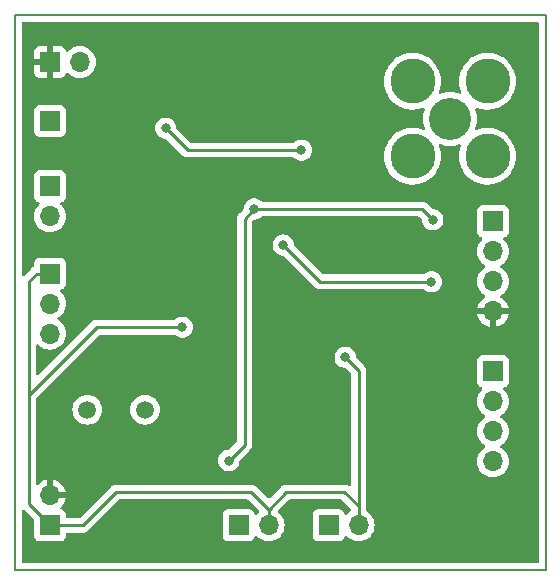
<source format=gbr>
%TF.GenerationSoftware,KiCad,Pcbnew,7.0.8-7.0.8~ubuntu22.04.1*%
%TF.CreationDate,2023-11-09T22:33:03+02:00*%
%TF.ProjectId,elepajaradio,656c6570-616a-4617-9261-64696f2e6b69,rev?*%
%TF.SameCoordinates,Original*%
%TF.FileFunction,Copper,L2,Bot*%
%TF.FilePolarity,Positive*%
%FSLAX46Y46*%
G04 Gerber Fmt 4.6, Leading zero omitted, Abs format (unit mm)*
G04 Created by KiCad (PCBNEW 7.0.8-7.0.8~ubuntu22.04.1) date 2023-11-09 22:33:03*
%MOMM*%
%LPD*%
G01*
G04 APERTURE LIST*
%TA.AperFunction,NonConductor*%
%ADD10C,0.200000*%
%TD*%
%TA.AperFunction,ComponentPad*%
%ADD11C,3.556000*%
%TD*%
%TA.AperFunction,ComponentPad*%
%ADD12C,3.810000*%
%TD*%
%TA.AperFunction,ComponentPad*%
%ADD13R,1.700000X1.700000*%
%TD*%
%TA.AperFunction,ComponentPad*%
%ADD14O,1.700000X1.700000*%
%TD*%
%TA.AperFunction,ComponentPad*%
%ADD15C,1.500000*%
%TD*%
%TA.AperFunction,ViaPad*%
%ADD16C,0.800000*%
%TD*%
%TA.AperFunction,Conductor*%
%ADD17C,0.250000*%
%TD*%
G04 APERTURE END LIST*
D10*
X122000000Y-71000000D02*
X167000000Y-71000000D01*
X167000000Y-118000000D01*
X122000000Y-118000000D01*
X122000000Y-71000000D01*
D11*
%TO.P,AE1,1,A*%
%TO.N,Net-(AE1-A)*%
X158870000Y-79810000D03*
D12*
%TO.P,AE1,2*%
%TO.N,N/C*%
X162045000Y-82985000D03*
X162045000Y-76635000D03*
X155695000Y-82985000D03*
X155695000Y-76635000D03*
%TD*%
D13*
%TO.P,SW2,1,1*%
%TO.N,Net-(U3-PB0)*%
X140970000Y-114230000D03*
D14*
%TO.P,SW2,2,2*%
%TO.N,VDD*%
X143510000Y-114230000D03*
%TD*%
D13*
%TO.P,J4,1,Pin_1*%
%TO.N,Net-(J4-Pin_1)*%
X125000000Y-80000000D03*
%TD*%
%TO.P,SW3,1,1*%
%TO.N,Net-(U3-PB1)*%
X148590000Y-114230000D03*
D14*
%TO.P,SW3,2,2*%
%TO.N,VDD*%
X151130000Y-114230000D03*
%TD*%
D15*
%TO.P,Y1,1,1*%
%TO.N,Net-(U3-XTAL2{slash}PB7)*%
X133050000Y-104450000D03*
%TO.P,Y1,2,2*%
%TO.N,Net-(U3-XTAL1{slash}PB6)*%
X128150000Y-104450000D03*
%TD*%
D13*
%TO.P,J1,1,Pin_1*%
%TO.N,Net-(J1-Pin_1)*%
X162500000Y-101190000D03*
D14*
%TO.P,J1,2,Pin_2*%
%TO.N,Net-(J1-Pin_2)*%
X162500000Y-103730000D03*
%TO.P,J1,3,Pin_3*%
%TO.N,Net-(J1-Pin_3)*%
X162500000Y-106270000D03*
%TO.P,J1,4,Pin_4*%
%TO.N,Net-(J1-Pin_4)*%
X162500000Y-108810000D03*
%TD*%
D13*
%TO.P,MK1,1,-*%
%TO.N,GND*%
X125000000Y-75000000D03*
D14*
%TO.P,MK1,2,+*%
%TO.N,Net-(MK1-+)*%
X127540000Y-75000000D03*
%TD*%
D13*
%TO.P,SW1,1*%
%TO.N,VDD*%
X125000000Y-92915000D03*
D14*
%TO.P,SW1,2*%
%TO.N,Net-(U3-PD3)*%
X125000000Y-95455000D03*
%TO.P,SW1,3*%
%TO.N,Net-(U3-PD4)*%
X125000000Y-97995000D03*
%TD*%
D13*
%TO.P,J3,1,Pin_1*%
%TO.N,VDD*%
X125000000Y-114230000D03*
D14*
%TO.P,J3,2,Pin_2*%
%TO.N,GND*%
X125000000Y-111690000D03*
%TD*%
D13*
%TO.P,J2,1,Pin_1*%
%TO.N,Net-(J2-Pin_1)*%
X125000000Y-85525000D03*
D14*
%TO.P,J2,2,Pin_2*%
%TO.N,Net-(J2-Pin_2)*%
X125000000Y-88065000D03*
%TD*%
D13*
%TO.P,U2,1,VCC*%
%TO.N,+3.3V*%
X162500000Y-88490000D03*
D14*
%TO.P,U2,2,Data*%
%TO.N,SDA0*%
X162500000Y-91030000D03*
%TO.P,U2,3,Clock*%
%TO.N,SCL0*%
X162500000Y-93570000D03*
%TO.P,U2,4,GND*%
%TO.N,GND*%
X162500000Y-96110000D03*
%TD*%
D16*
%TO.N,GND*%
X143250000Y-88500000D03*
X137587299Y-98412701D03*
%TO.N,VDD*%
X136200000Y-97450000D03*
X150000000Y-100000000D03*
%TO.N,+3.3V*%
X142290000Y-87440000D03*
X157410000Y-88350000D03*
X140137119Y-108740000D03*
%TO.N,3V3*%
X146284156Y-82470000D03*
X134800000Y-80600000D03*
%TO.N,SCL0*%
X144750000Y-90500000D03*
X157300000Y-93610000D03*
%TD*%
D17*
%TO.N,VDD*%
X125000000Y-92915000D02*
X123865000Y-92915000D01*
X123865000Y-92915000D02*
X123200000Y-93580000D01*
X123200000Y-93580000D02*
X123200000Y-103200000D01*
%TO.N,3V3*%
X146284156Y-82470000D02*
X146264156Y-82450000D01*
X146264156Y-82450000D02*
X136650000Y-82450000D01*
X136650000Y-82450000D02*
X134800000Y-80600000D01*
%TO.N,GND*%
X142500000Y-93250000D02*
X145360000Y-96110000D01*
X137587299Y-98412701D02*
X137000000Y-99000000D01*
X145360000Y-96110000D02*
X162500000Y-96110000D01*
X143250000Y-88500000D02*
X142500000Y-89250000D01*
X142500000Y-89250000D02*
X142500000Y-93250000D01*
%TO.N,VDD*%
X151130000Y-112600000D02*
X149930000Y-111400000D01*
X151130000Y-101130000D02*
X151130000Y-112600000D01*
X123200000Y-112430000D02*
X125000000Y-114230000D01*
X149930000Y-111400000D02*
X145000000Y-111400000D01*
X151130000Y-112600000D02*
X151130000Y-114230000D01*
X127770000Y-114230000D02*
X125000000Y-114230000D01*
X136200000Y-97450000D02*
X128950000Y-97450000D01*
X142020000Y-111400000D02*
X130600000Y-111400000D01*
X130600000Y-111400000D02*
X127770000Y-114230000D01*
X145000000Y-111400000D02*
X143510000Y-112890000D01*
X143510000Y-112890000D02*
X143510000Y-114230000D01*
X143510000Y-112890000D02*
X142020000Y-111400000D01*
X123200000Y-103200000D02*
X123200000Y-112430000D01*
X150000000Y-100000000D02*
X151130000Y-101130000D01*
X128950000Y-97450000D02*
X123200000Y-103200000D01*
%TO.N,+3.3V*%
X157410000Y-88350000D02*
X156500000Y-87440000D01*
X141478000Y-88252000D02*
X141478000Y-107399119D01*
X156500000Y-87440000D02*
X142290000Y-87440000D01*
X142290000Y-87440000D02*
X141478000Y-88252000D01*
X141478000Y-107399119D02*
X140137119Y-108740000D01*
X142715305Y-87440000D02*
X142290000Y-87440000D01*
%TO.N,SCL0*%
X147860000Y-93610000D02*
X157300000Y-93610000D01*
X144750000Y-90500000D02*
X147860000Y-93610000D01*
%TD*%
%TA.AperFunction,Conductor*%
%TO.N,GND*%
G36*
X166342539Y-71620185D02*
G01*
X166388294Y-71672989D01*
X166399500Y-71724500D01*
X166399500Y-117275500D01*
X166379815Y-117342539D01*
X166327011Y-117388294D01*
X166275500Y-117399500D01*
X122724500Y-117399500D01*
X122657461Y-117379815D01*
X122611706Y-117327011D01*
X122600500Y-117275500D01*
X122600500Y-113014452D01*
X122620185Y-112947413D01*
X122672989Y-112901658D01*
X122742147Y-112891714D01*
X122805703Y-112920739D01*
X122812181Y-112926771D01*
X123613181Y-113727771D01*
X123646666Y-113789094D01*
X123649500Y-113815452D01*
X123649500Y-115127870D01*
X123649501Y-115127876D01*
X123655908Y-115187483D01*
X123706202Y-115322328D01*
X123706206Y-115322335D01*
X123792452Y-115437544D01*
X123792455Y-115437547D01*
X123907664Y-115523793D01*
X123907671Y-115523797D01*
X124042517Y-115574091D01*
X124042516Y-115574091D01*
X124049444Y-115574835D01*
X124102127Y-115580500D01*
X125897872Y-115580499D01*
X125957483Y-115574091D01*
X126092331Y-115523796D01*
X126207546Y-115437546D01*
X126293796Y-115322331D01*
X126344091Y-115187483D01*
X126350500Y-115127873D01*
X126350500Y-114979500D01*
X126370185Y-114912461D01*
X126422989Y-114866706D01*
X126474500Y-114855500D01*
X127687257Y-114855500D01*
X127702877Y-114857224D01*
X127702904Y-114856939D01*
X127710660Y-114857671D01*
X127710667Y-114857673D01*
X127779814Y-114855500D01*
X127809350Y-114855500D01*
X127816228Y-114854630D01*
X127822041Y-114854172D01*
X127868627Y-114852709D01*
X127887869Y-114847117D01*
X127906912Y-114843174D01*
X127926792Y-114840664D01*
X127970122Y-114823507D01*
X127975646Y-114821617D01*
X127979396Y-114820527D01*
X128020390Y-114808618D01*
X128037629Y-114798422D01*
X128055103Y-114789862D01*
X128073727Y-114782488D01*
X128073727Y-114782487D01*
X128073732Y-114782486D01*
X128111449Y-114755082D01*
X128116305Y-114751892D01*
X128156420Y-114728170D01*
X128170589Y-114713999D01*
X128185379Y-114701368D01*
X128201587Y-114689594D01*
X128231299Y-114653676D01*
X128235212Y-114649376D01*
X130822772Y-112061819D01*
X130884095Y-112028334D01*
X130910453Y-112025500D01*
X141709548Y-112025500D01*
X141776587Y-112045185D01*
X141797229Y-112061819D01*
X142703680Y-112968271D01*
X142737165Y-113029594D01*
X142732181Y-113099286D01*
X142690309Y-113155219D01*
X142687125Y-113157525D01*
X142638603Y-113191501D01*
X142516673Y-113313431D01*
X142455350Y-113346915D01*
X142385658Y-113341931D01*
X142329725Y-113300059D01*
X142312810Y-113269082D01*
X142263797Y-113137671D01*
X142263793Y-113137664D01*
X142177547Y-113022455D01*
X142177544Y-113022452D01*
X142062335Y-112936206D01*
X142062328Y-112936202D01*
X141927482Y-112885908D01*
X141927483Y-112885908D01*
X141867883Y-112879501D01*
X141867881Y-112879500D01*
X141867873Y-112879500D01*
X141867864Y-112879500D01*
X140072129Y-112879500D01*
X140072123Y-112879501D01*
X140012516Y-112885908D01*
X139877671Y-112936202D01*
X139877664Y-112936206D01*
X139762455Y-113022452D01*
X139762452Y-113022455D01*
X139676206Y-113137664D01*
X139676202Y-113137671D01*
X139625908Y-113272517D01*
X139621510Y-113313430D01*
X139619501Y-113332123D01*
X139619500Y-113332135D01*
X139619500Y-115127870D01*
X139619501Y-115127876D01*
X139625908Y-115187483D01*
X139676202Y-115322328D01*
X139676206Y-115322335D01*
X139762452Y-115437544D01*
X139762455Y-115437547D01*
X139877664Y-115523793D01*
X139877671Y-115523797D01*
X140012517Y-115574091D01*
X140012516Y-115574091D01*
X140019444Y-115574835D01*
X140072127Y-115580500D01*
X141867872Y-115580499D01*
X141927483Y-115574091D01*
X142062331Y-115523796D01*
X142177546Y-115437546D01*
X142263796Y-115322331D01*
X142312810Y-115190916D01*
X142354681Y-115134984D01*
X142420145Y-115110566D01*
X142488418Y-115125417D01*
X142516673Y-115146569D01*
X142638599Y-115268495D01*
X142735384Y-115336265D01*
X142832165Y-115404032D01*
X142832167Y-115404033D01*
X142832170Y-115404035D01*
X143046337Y-115503903D01*
X143274592Y-115565063D01*
X143451034Y-115580500D01*
X143509999Y-115585659D01*
X143510000Y-115585659D01*
X143510001Y-115585659D01*
X143568966Y-115580500D01*
X143745408Y-115565063D01*
X143973663Y-115503903D01*
X144187830Y-115404035D01*
X144381401Y-115268495D01*
X144548495Y-115101401D01*
X144684035Y-114907830D01*
X144783903Y-114693663D01*
X144845063Y-114465408D01*
X144865659Y-114230000D01*
X144845063Y-113994592D01*
X144783903Y-113766337D01*
X144684035Y-113552171D01*
X144548495Y-113358599D01*
X144548494Y-113358597D01*
X144381404Y-113191508D01*
X144381402Y-113191506D01*
X144381401Y-113191505D01*
X144375785Y-113187572D01*
X144332874Y-113157525D01*
X144289250Y-113102947D01*
X144282058Y-113033449D01*
X144313581Y-112971094D01*
X144316280Y-112968308D01*
X145222772Y-112061819D01*
X145284095Y-112028334D01*
X145310453Y-112025500D01*
X149619548Y-112025500D01*
X149686587Y-112045185D01*
X149707229Y-112061819D01*
X150468181Y-112822771D01*
X150501666Y-112884094D01*
X150504500Y-112910452D01*
X150504500Y-112954773D01*
X150484815Y-113021812D01*
X150451623Y-113056348D01*
X150258600Y-113191503D01*
X150136673Y-113313430D01*
X150075350Y-113346914D01*
X150005658Y-113341930D01*
X149949725Y-113300058D01*
X149932810Y-113269081D01*
X149883797Y-113137671D01*
X149883793Y-113137664D01*
X149797547Y-113022455D01*
X149797544Y-113022452D01*
X149682335Y-112936206D01*
X149682328Y-112936202D01*
X149547482Y-112885908D01*
X149547483Y-112885908D01*
X149487883Y-112879501D01*
X149487881Y-112879500D01*
X149487873Y-112879500D01*
X149487864Y-112879500D01*
X147692129Y-112879500D01*
X147692123Y-112879501D01*
X147632516Y-112885908D01*
X147497671Y-112936202D01*
X147497664Y-112936206D01*
X147382455Y-113022452D01*
X147382452Y-113022455D01*
X147296206Y-113137664D01*
X147296202Y-113137671D01*
X147245908Y-113272517D01*
X147241510Y-113313430D01*
X147239501Y-113332123D01*
X147239500Y-113332135D01*
X147239500Y-115127870D01*
X147239501Y-115127876D01*
X147245908Y-115187483D01*
X147296202Y-115322328D01*
X147296206Y-115322335D01*
X147382452Y-115437544D01*
X147382455Y-115437547D01*
X147497664Y-115523793D01*
X147497671Y-115523797D01*
X147632517Y-115574091D01*
X147632516Y-115574091D01*
X147639444Y-115574835D01*
X147692127Y-115580500D01*
X149487872Y-115580499D01*
X149547483Y-115574091D01*
X149682331Y-115523796D01*
X149797546Y-115437546D01*
X149883796Y-115322331D01*
X149932810Y-115190916D01*
X149974681Y-115134984D01*
X150040145Y-115110566D01*
X150108418Y-115125417D01*
X150136673Y-115146569D01*
X150258599Y-115268495D01*
X150355384Y-115336265D01*
X150452165Y-115404032D01*
X150452167Y-115404033D01*
X150452170Y-115404035D01*
X150666337Y-115503903D01*
X150894592Y-115565063D01*
X151071034Y-115580500D01*
X151129999Y-115585659D01*
X151130000Y-115585659D01*
X151130001Y-115585659D01*
X151188966Y-115580500D01*
X151365408Y-115565063D01*
X151593663Y-115503903D01*
X151807830Y-115404035D01*
X152001401Y-115268495D01*
X152168495Y-115101401D01*
X152304035Y-114907830D01*
X152403903Y-114693663D01*
X152465063Y-114465408D01*
X152485659Y-114230000D01*
X152465063Y-113994592D01*
X152403903Y-113766337D01*
X152304035Y-113552171D01*
X152168495Y-113358599D01*
X152168494Y-113358597D01*
X152001402Y-113191506D01*
X152001401Y-113191505D01*
X151868093Y-113098161D01*
X151808376Y-113056347D01*
X151764751Y-113001770D01*
X151755500Y-112954772D01*
X151755500Y-112682737D01*
X151757224Y-112667123D01*
X151756938Y-112667096D01*
X151757672Y-112659333D01*
X151755500Y-112590203D01*
X151755500Y-108810000D01*
X161144341Y-108810000D01*
X161164936Y-109045403D01*
X161164938Y-109045413D01*
X161226094Y-109273655D01*
X161226096Y-109273659D01*
X161226097Y-109273663D01*
X161291019Y-109412888D01*
X161325965Y-109487830D01*
X161325967Y-109487834D01*
X161351395Y-109524148D01*
X161461505Y-109681401D01*
X161628599Y-109848495D01*
X161725384Y-109916265D01*
X161822165Y-109984032D01*
X161822167Y-109984033D01*
X161822170Y-109984035D01*
X162036337Y-110083903D01*
X162264592Y-110145063D01*
X162452918Y-110161539D01*
X162499999Y-110165659D01*
X162500000Y-110165659D01*
X162500001Y-110165659D01*
X162539234Y-110162226D01*
X162735408Y-110145063D01*
X162963663Y-110083903D01*
X163177830Y-109984035D01*
X163371401Y-109848495D01*
X163538495Y-109681401D01*
X163674035Y-109487830D01*
X163773903Y-109273663D01*
X163835063Y-109045408D01*
X163855659Y-108810000D01*
X163835063Y-108574592D01*
X163773903Y-108346337D01*
X163674035Y-108132171D01*
X163628481Y-108067112D01*
X163538494Y-107938597D01*
X163371402Y-107771506D01*
X163371396Y-107771501D01*
X163185842Y-107641575D01*
X163142217Y-107586998D01*
X163135023Y-107517500D01*
X163166546Y-107455145D01*
X163185842Y-107438425D01*
X163288281Y-107366696D01*
X163371401Y-107308495D01*
X163538495Y-107141401D01*
X163674035Y-106947830D01*
X163773903Y-106733663D01*
X163835063Y-106505408D01*
X163855659Y-106270000D01*
X163835063Y-106034592D01*
X163773903Y-105806337D01*
X163674035Y-105592171D01*
X163635476Y-105537102D01*
X163538494Y-105398597D01*
X163371402Y-105231506D01*
X163371396Y-105231501D01*
X163185842Y-105101575D01*
X163142217Y-105046998D01*
X163135023Y-104977500D01*
X163166546Y-104915145D01*
X163185842Y-104898425D01*
X163213124Y-104879322D01*
X163371401Y-104768495D01*
X163538495Y-104601401D01*
X163674035Y-104407830D01*
X163773903Y-104193663D01*
X163835063Y-103965408D01*
X163855659Y-103730000D01*
X163835063Y-103494592D01*
X163773903Y-103266337D01*
X163674035Y-103052171D01*
X163538495Y-102858599D01*
X163416567Y-102736671D01*
X163383084Y-102675351D01*
X163388068Y-102605659D01*
X163429939Y-102549725D01*
X163460915Y-102532810D01*
X163592331Y-102483796D01*
X163707546Y-102397546D01*
X163793796Y-102282331D01*
X163844091Y-102147483D01*
X163850500Y-102087873D01*
X163850499Y-100292128D01*
X163844091Y-100232517D01*
X163793796Y-100097669D01*
X163793795Y-100097668D01*
X163793793Y-100097664D01*
X163707547Y-99982455D01*
X163707544Y-99982452D01*
X163592335Y-99896206D01*
X163592328Y-99896202D01*
X163457482Y-99845908D01*
X163457483Y-99845908D01*
X163397883Y-99839501D01*
X163397881Y-99839500D01*
X163397873Y-99839500D01*
X163397864Y-99839500D01*
X161602129Y-99839500D01*
X161602123Y-99839501D01*
X161542516Y-99845908D01*
X161407671Y-99896202D01*
X161407664Y-99896206D01*
X161292455Y-99982452D01*
X161292452Y-99982455D01*
X161206206Y-100097664D01*
X161206202Y-100097671D01*
X161155908Y-100232517D01*
X161149501Y-100292116D01*
X161149501Y-100292123D01*
X161149500Y-100292135D01*
X161149500Y-102087870D01*
X161149501Y-102087876D01*
X161155908Y-102147483D01*
X161206202Y-102282328D01*
X161206206Y-102282335D01*
X161292452Y-102397544D01*
X161292455Y-102397547D01*
X161407664Y-102483793D01*
X161407671Y-102483797D01*
X161539081Y-102532810D01*
X161595015Y-102574681D01*
X161619432Y-102640145D01*
X161604580Y-102708418D01*
X161583430Y-102736673D01*
X161461503Y-102858600D01*
X161325965Y-103052169D01*
X161325964Y-103052171D01*
X161226098Y-103266335D01*
X161226094Y-103266344D01*
X161164938Y-103494586D01*
X161164936Y-103494596D01*
X161144341Y-103729999D01*
X161144341Y-103730000D01*
X161164936Y-103965403D01*
X161164938Y-103965413D01*
X161226094Y-104193655D01*
X161226096Y-104193659D01*
X161226097Y-104193663D01*
X161325965Y-104407830D01*
X161325967Y-104407834D01*
X161461501Y-104601395D01*
X161461506Y-104601402D01*
X161628597Y-104768493D01*
X161628603Y-104768498D01*
X161814158Y-104898425D01*
X161857783Y-104953002D01*
X161864977Y-105022500D01*
X161833454Y-105084855D01*
X161814158Y-105101575D01*
X161628597Y-105231505D01*
X161461505Y-105398597D01*
X161325965Y-105592169D01*
X161325964Y-105592171D01*
X161226098Y-105806335D01*
X161226094Y-105806344D01*
X161164938Y-106034586D01*
X161164936Y-106034596D01*
X161144341Y-106269999D01*
X161144341Y-106270000D01*
X161164936Y-106505403D01*
X161164938Y-106505413D01*
X161226094Y-106733655D01*
X161226096Y-106733659D01*
X161226097Y-106733663D01*
X161325965Y-106947830D01*
X161325967Y-106947834D01*
X161461501Y-107141395D01*
X161461506Y-107141402D01*
X161628597Y-107308493D01*
X161628603Y-107308498D01*
X161814158Y-107438425D01*
X161857783Y-107493002D01*
X161864977Y-107562500D01*
X161833454Y-107624855D01*
X161814158Y-107641575D01*
X161628597Y-107771505D01*
X161461505Y-107938597D01*
X161325965Y-108132169D01*
X161325964Y-108132171D01*
X161226098Y-108346335D01*
X161226094Y-108346344D01*
X161164938Y-108574586D01*
X161164936Y-108574596D01*
X161144341Y-108809999D01*
X161144341Y-108810000D01*
X151755500Y-108810000D01*
X151755500Y-101212737D01*
X151757224Y-101197123D01*
X151756938Y-101197096D01*
X151757672Y-101189333D01*
X151755500Y-101120203D01*
X151755500Y-101090651D01*
X151755500Y-101090650D01*
X151754629Y-101083759D01*
X151754172Y-101077945D01*
X151752709Y-101031373D01*
X151747121Y-101012139D01*
X151743174Y-100993081D01*
X151740664Y-100973208D01*
X151723507Y-100929875D01*
X151721614Y-100924346D01*
X151708618Y-100879614D01*
X151708617Y-100879610D01*
X151698420Y-100862368D01*
X151689863Y-100844902D01*
X151682486Y-100826268D01*
X151655083Y-100788550D01*
X151651900Y-100783705D01*
X151628170Y-100743579D01*
X151628165Y-100743573D01*
X151614005Y-100729413D01*
X151601370Y-100714620D01*
X151589593Y-100698412D01*
X151553693Y-100668713D01*
X151549381Y-100664790D01*
X150938960Y-100054369D01*
X150905475Y-99993046D01*
X150903323Y-99979668D01*
X150885674Y-99811744D01*
X150827179Y-99631716D01*
X150732533Y-99467784D01*
X150605871Y-99327112D01*
X150525756Y-99268905D01*
X150452734Y-99215851D01*
X150452729Y-99215848D01*
X150279807Y-99138857D01*
X150279802Y-99138855D01*
X150134001Y-99107865D01*
X150094646Y-99099500D01*
X149905354Y-99099500D01*
X149872897Y-99106398D01*
X149720197Y-99138855D01*
X149720192Y-99138857D01*
X149547270Y-99215848D01*
X149547265Y-99215851D01*
X149394129Y-99327111D01*
X149267466Y-99467785D01*
X149172821Y-99631715D01*
X149172818Y-99631722D01*
X149114327Y-99811740D01*
X149114326Y-99811744D01*
X149094540Y-100000000D01*
X149114326Y-100188256D01*
X149114327Y-100188259D01*
X149172818Y-100368277D01*
X149172821Y-100368284D01*
X149267467Y-100532216D01*
X149386829Y-100664780D01*
X149394129Y-100672888D01*
X149547265Y-100784148D01*
X149547270Y-100784151D01*
X149720192Y-100861142D01*
X149720197Y-100861144D01*
X149905354Y-100900500D01*
X149964548Y-100900500D01*
X150031587Y-100920185D01*
X150052229Y-100936819D01*
X150468181Y-101352771D01*
X150501666Y-101414094D01*
X150504500Y-101440452D01*
X150504500Y-110794882D01*
X150484815Y-110861921D01*
X150432011Y-110907676D01*
X150362853Y-110917620D01*
X150308235Y-110892677D01*
X150306894Y-110894524D01*
X150300584Y-110889940D01*
X150300582Y-110889938D01*
X150283029Y-110880288D01*
X150266763Y-110869604D01*
X150250936Y-110857327D01*
X150250935Y-110857326D01*
X150250933Y-110857325D01*
X150208168Y-110838818D01*
X150202922Y-110836248D01*
X150162093Y-110813803D01*
X150162092Y-110813802D01*
X150142693Y-110808822D01*
X150124281Y-110802518D01*
X150105898Y-110794562D01*
X150105892Y-110794560D01*
X150059874Y-110787272D01*
X150054152Y-110786087D01*
X150009021Y-110774500D01*
X150009019Y-110774500D01*
X149988984Y-110774500D01*
X149969586Y-110772973D01*
X149962162Y-110771797D01*
X149949805Y-110769840D01*
X149949804Y-110769840D01*
X149903416Y-110774225D01*
X149897578Y-110774500D01*
X145082737Y-110774500D01*
X145067120Y-110772776D01*
X145067093Y-110773062D01*
X145059331Y-110772327D01*
X144990203Y-110774500D01*
X144960650Y-110774500D01*
X144959929Y-110774590D01*
X144953757Y-110775369D01*
X144947945Y-110775826D01*
X144901373Y-110777290D01*
X144901372Y-110777290D01*
X144882129Y-110782881D01*
X144863079Y-110786825D01*
X144843211Y-110789334D01*
X144843209Y-110789335D01*
X144799884Y-110806488D01*
X144794357Y-110808380D01*
X144749610Y-110821381D01*
X144749609Y-110821382D01*
X144732367Y-110831579D01*
X144714899Y-110840137D01*
X144696269Y-110847513D01*
X144696267Y-110847514D01*
X144658576Y-110874898D01*
X144653694Y-110878105D01*
X144613579Y-110901830D01*
X144599408Y-110916000D01*
X144584623Y-110928628D01*
X144568412Y-110940407D01*
X144538709Y-110976310D01*
X144534777Y-110980631D01*
X143597680Y-111917727D01*
X143536357Y-111951212D01*
X143466665Y-111946228D01*
X143422318Y-111917727D01*
X142520803Y-111016212D01*
X142510980Y-111003950D01*
X142510759Y-111004134D01*
X142505786Y-110998123D01*
X142487159Y-110980631D01*
X142455364Y-110950773D01*
X142444919Y-110940328D01*
X142434475Y-110929883D01*
X142428986Y-110925625D01*
X142424561Y-110921847D01*
X142390582Y-110889938D01*
X142390580Y-110889936D01*
X142390577Y-110889935D01*
X142373029Y-110880288D01*
X142356763Y-110869604D01*
X142340936Y-110857327D01*
X142340935Y-110857326D01*
X142340933Y-110857325D01*
X142298168Y-110838818D01*
X142292922Y-110836248D01*
X142252093Y-110813803D01*
X142252092Y-110813802D01*
X142232693Y-110808822D01*
X142214281Y-110802518D01*
X142195898Y-110794562D01*
X142195892Y-110794560D01*
X142149874Y-110787272D01*
X142144152Y-110786087D01*
X142099021Y-110774500D01*
X142099019Y-110774500D01*
X142078984Y-110774500D01*
X142059586Y-110772973D01*
X142052162Y-110771797D01*
X142039805Y-110769840D01*
X142039804Y-110769840D01*
X141993416Y-110774225D01*
X141987578Y-110774500D01*
X130682737Y-110774500D01*
X130667120Y-110772776D01*
X130667093Y-110773062D01*
X130659331Y-110772327D01*
X130590203Y-110774500D01*
X130560650Y-110774500D01*
X130559929Y-110774590D01*
X130553757Y-110775369D01*
X130547945Y-110775826D01*
X130501372Y-110777290D01*
X130501369Y-110777291D01*
X130482126Y-110782881D01*
X130463083Y-110786825D01*
X130443204Y-110789336D01*
X130443203Y-110789337D01*
X130399878Y-110806490D01*
X130394352Y-110808382D01*
X130349608Y-110821383D01*
X130349604Y-110821385D01*
X130332365Y-110831580D01*
X130314898Y-110840137D01*
X130296269Y-110847512D01*
X130296267Y-110847513D01*
X130258564Y-110874906D01*
X130253682Y-110878112D01*
X130213580Y-110901828D01*
X130199408Y-110916000D01*
X130184623Y-110928628D01*
X130168412Y-110940407D01*
X130138709Y-110976310D01*
X130134777Y-110980631D01*
X127547228Y-113568181D01*
X127485905Y-113601666D01*
X127459547Y-113604500D01*
X126474499Y-113604500D01*
X126407460Y-113584815D01*
X126361705Y-113532011D01*
X126350499Y-113480500D01*
X126350499Y-113332129D01*
X126350498Y-113332123D01*
X126350497Y-113332116D01*
X126344091Y-113272517D01*
X126342809Y-113269081D01*
X126293797Y-113137671D01*
X126293793Y-113137664D01*
X126207547Y-113022455D01*
X126207544Y-113022452D01*
X126092335Y-112936206D01*
X126092328Y-112936202D01*
X125960401Y-112886997D01*
X125904467Y-112845126D01*
X125880050Y-112779662D01*
X125894902Y-112711389D01*
X125916053Y-112683133D01*
X126038108Y-112561078D01*
X126173600Y-112367578D01*
X126273429Y-112153492D01*
X126273432Y-112153486D01*
X126330636Y-111940000D01*
X125433686Y-111940000D01*
X125459493Y-111899844D01*
X125500000Y-111761889D01*
X125500000Y-111618111D01*
X125459493Y-111480156D01*
X125433686Y-111440000D01*
X126330636Y-111440000D01*
X126330635Y-111439999D01*
X126273432Y-111226513D01*
X126273429Y-111226507D01*
X126173600Y-111012422D01*
X126173599Y-111012420D01*
X126038113Y-110818926D01*
X126038108Y-110818920D01*
X125871082Y-110651894D01*
X125677578Y-110516399D01*
X125463492Y-110416570D01*
X125463486Y-110416567D01*
X125250000Y-110359364D01*
X125250000Y-111254498D01*
X125142315Y-111205320D01*
X125035763Y-111190000D01*
X124964237Y-111190000D01*
X124857685Y-111205320D01*
X124750000Y-111254498D01*
X124750000Y-110359364D01*
X124749999Y-110359364D01*
X124536513Y-110416567D01*
X124536507Y-110416570D01*
X124322422Y-110516399D01*
X124322420Y-110516400D01*
X124128926Y-110651886D01*
X124128920Y-110651891D01*
X124037181Y-110743631D01*
X123975858Y-110777116D01*
X123906166Y-110772132D01*
X123850233Y-110730260D01*
X123825816Y-110664796D01*
X123825500Y-110655950D01*
X123825500Y-108740000D01*
X139231659Y-108740000D01*
X139251445Y-108928256D01*
X139251446Y-108928259D01*
X139309937Y-109108277D01*
X139309940Y-109108284D01*
X139404586Y-109272216D01*
X139531248Y-109412888D01*
X139684384Y-109524148D01*
X139684389Y-109524151D01*
X139857311Y-109601142D01*
X139857316Y-109601144D01*
X140042473Y-109640500D01*
X140042474Y-109640500D01*
X140231763Y-109640500D01*
X140231765Y-109640500D01*
X140416922Y-109601144D01*
X140589849Y-109524151D01*
X140742990Y-109412888D01*
X140869652Y-109272216D01*
X140964298Y-109108284D01*
X141022793Y-108928256D01*
X141040440Y-108760344D01*
X141067023Y-108695734D01*
X141076070Y-108685638D01*
X141861788Y-107899920D01*
X141874042Y-107890105D01*
X141873859Y-107889883D01*
X141879866Y-107884911D01*
X141879877Y-107884905D01*
X141922515Y-107839500D01*
X141927227Y-107834483D01*
X141937671Y-107824037D01*
X141948120Y-107813590D01*
X141952379Y-107808097D01*
X141956152Y-107803680D01*
X141988062Y-107769701D01*
X141997713Y-107752143D01*
X142008396Y-107735880D01*
X142020673Y-107720055D01*
X142039185Y-107677272D01*
X142041738Y-107672060D01*
X142064197Y-107631211D01*
X142069180Y-107611799D01*
X142075481Y-107593399D01*
X142083437Y-107575015D01*
X142090729Y-107528971D01*
X142091906Y-107523290D01*
X142103500Y-107478138D01*
X142103500Y-107458102D01*
X142105027Y-107438701D01*
X142105071Y-107438425D01*
X142108160Y-107418923D01*
X142103775Y-107372534D01*
X142103500Y-107366696D01*
X142103500Y-90500000D01*
X143844540Y-90500000D01*
X143864326Y-90688256D01*
X143864327Y-90688259D01*
X143922818Y-90868277D01*
X143922821Y-90868284D01*
X144017467Y-91032216D01*
X144144129Y-91172888D01*
X144297265Y-91284148D01*
X144297270Y-91284151D01*
X144470192Y-91361142D01*
X144470197Y-91361144D01*
X144655354Y-91400500D01*
X144714548Y-91400500D01*
X144781587Y-91420185D01*
X144802228Y-91436818D01*
X146114264Y-92748855D01*
X147359197Y-93993788D01*
X147369022Y-94006051D01*
X147369243Y-94005869D01*
X147374214Y-94011878D01*
X147400217Y-94036295D01*
X147424635Y-94059226D01*
X147445529Y-94080120D01*
X147451011Y-94084373D01*
X147455443Y-94088157D01*
X147489418Y-94120062D01*
X147506976Y-94129714D01*
X147523235Y-94140395D01*
X147539064Y-94152673D01*
X147581838Y-94171182D01*
X147587056Y-94173738D01*
X147627908Y-94196197D01*
X147647316Y-94201180D01*
X147665717Y-94207480D01*
X147684104Y-94215437D01*
X147727488Y-94222308D01*
X147730119Y-94222725D01*
X147735839Y-94223909D01*
X147780981Y-94235500D01*
X147801016Y-94235500D01*
X147820414Y-94237026D01*
X147840194Y-94240159D01*
X147840195Y-94240160D01*
X147840195Y-94240159D01*
X147840196Y-94240160D01*
X147886584Y-94235775D01*
X147892422Y-94235500D01*
X156596252Y-94235500D01*
X156663291Y-94255185D01*
X156688400Y-94276526D01*
X156694126Y-94282885D01*
X156694130Y-94282889D01*
X156847265Y-94394148D01*
X156847270Y-94394151D01*
X157020192Y-94471142D01*
X157020197Y-94471144D01*
X157205354Y-94510500D01*
X157205355Y-94510500D01*
X157394644Y-94510500D01*
X157394646Y-94510500D01*
X157579803Y-94471144D01*
X157752730Y-94394151D01*
X157905871Y-94282888D01*
X158032533Y-94142216D01*
X158127179Y-93978284D01*
X158185674Y-93798256D01*
X158205460Y-93610000D01*
X158201256Y-93570000D01*
X161144341Y-93570000D01*
X161164936Y-93805403D01*
X161164938Y-93805413D01*
X161226094Y-94033655D01*
X161226096Y-94033659D01*
X161226097Y-94033663D01*
X161290220Y-94171174D01*
X161325965Y-94247830D01*
X161325967Y-94247834D01*
X161461501Y-94441395D01*
X161461506Y-94441402D01*
X161628597Y-94608493D01*
X161628603Y-94608498D01*
X161814594Y-94738730D01*
X161858219Y-94793307D01*
X161865413Y-94862805D01*
X161833890Y-94925160D01*
X161814595Y-94941880D01*
X161628922Y-95071890D01*
X161628920Y-95071891D01*
X161461891Y-95238920D01*
X161461886Y-95238926D01*
X161326400Y-95432420D01*
X161326399Y-95432422D01*
X161226570Y-95646507D01*
X161226567Y-95646513D01*
X161169364Y-95859999D01*
X161169364Y-95860000D01*
X162066314Y-95860000D01*
X162040507Y-95900156D01*
X162000000Y-96038111D01*
X162000000Y-96181889D01*
X162040507Y-96319844D01*
X162066314Y-96360000D01*
X161169364Y-96360000D01*
X161226567Y-96573486D01*
X161226570Y-96573492D01*
X161326399Y-96787578D01*
X161461894Y-96981082D01*
X161628917Y-97148105D01*
X161822421Y-97283600D01*
X162036507Y-97383429D01*
X162036516Y-97383433D01*
X162250000Y-97440634D01*
X162250000Y-96545501D01*
X162357685Y-96594680D01*
X162464237Y-96610000D01*
X162535763Y-96610000D01*
X162642315Y-96594680D01*
X162750000Y-96545501D01*
X162750000Y-97440633D01*
X162963483Y-97383433D01*
X162963492Y-97383429D01*
X163177578Y-97283600D01*
X163371082Y-97148105D01*
X163538105Y-96981082D01*
X163673600Y-96787578D01*
X163773429Y-96573492D01*
X163773432Y-96573486D01*
X163830636Y-96360000D01*
X162933686Y-96360000D01*
X162959493Y-96319844D01*
X163000000Y-96181889D01*
X163000000Y-96038111D01*
X162959493Y-95900156D01*
X162933686Y-95860000D01*
X163830636Y-95860000D01*
X163830635Y-95859999D01*
X163773432Y-95646513D01*
X163773429Y-95646507D01*
X163673600Y-95432422D01*
X163673599Y-95432420D01*
X163538113Y-95238926D01*
X163538108Y-95238920D01*
X163371078Y-95071890D01*
X163185405Y-94941879D01*
X163141780Y-94887302D01*
X163134588Y-94817804D01*
X163166110Y-94755449D01*
X163185406Y-94738730D01*
X163371401Y-94608495D01*
X163538495Y-94441401D01*
X163674035Y-94247830D01*
X163773903Y-94033663D01*
X163835063Y-93805408D01*
X163855659Y-93570000D01*
X163835063Y-93334592D01*
X163773903Y-93106337D01*
X163674035Y-92892171D01*
X163627598Y-92825851D01*
X163538494Y-92698597D01*
X163371402Y-92531506D01*
X163371396Y-92531501D01*
X163185842Y-92401575D01*
X163142217Y-92346998D01*
X163135023Y-92277500D01*
X163166546Y-92215145D01*
X163185842Y-92198425D01*
X163208026Y-92182891D01*
X163371401Y-92068495D01*
X163538495Y-91901401D01*
X163674035Y-91707830D01*
X163773903Y-91493663D01*
X163835063Y-91265408D01*
X163855659Y-91030000D01*
X163835063Y-90794592D01*
X163773903Y-90566337D01*
X163674035Y-90352171D01*
X163538495Y-90158599D01*
X163416567Y-90036671D01*
X163383084Y-89975351D01*
X163388068Y-89905659D01*
X163429939Y-89849725D01*
X163460915Y-89832810D01*
X163592331Y-89783796D01*
X163707546Y-89697546D01*
X163793796Y-89582331D01*
X163844091Y-89447483D01*
X163850500Y-89387873D01*
X163850499Y-87592128D01*
X163844091Y-87532517D01*
X163829862Y-87494368D01*
X163793797Y-87397671D01*
X163793793Y-87397664D01*
X163707547Y-87282455D01*
X163707544Y-87282452D01*
X163592335Y-87196206D01*
X163592328Y-87196202D01*
X163457482Y-87145908D01*
X163457483Y-87145908D01*
X163397883Y-87139501D01*
X163397881Y-87139500D01*
X163397873Y-87139500D01*
X163397864Y-87139500D01*
X161602129Y-87139500D01*
X161602123Y-87139501D01*
X161542516Y-87145908D01*
X161407671Y-87196202D01*
X161407664Y-87196206D01*
X161292455Y-87282452D01*
X161292452Y-87282455D01*
X161206206Y-87397664D01*
X161206202Y-87397671D01*
X161155908Y-87532517D01*
X161152325Y-87565848D01*
X161149501Y-87592123D01*
X161149500Y-87592135D01*
X161149500Y-89387870D01*
X161149501Y-89387876D01*
X161155908Y-89447483D01*
X161206202Y-89582328D01*
X161206206Y-89582335D01*
X161292452Y-89697544D01*
X161292455Y-89697547D01*
X161407664Y-89783793D01*
X161407671Y-89783797D01*
X161539081Y-89832810D01*
X161595015Y-89874681D01*
X161619432Y-89940145D01*
X161604580Y-90008418D01*
X161583430Y-90036673D01*
X161461503Y-90158600D01*
X161325965Y-90352169D01*
X161325964Y-90352171D01*
X161226098Y-90566335D01*
X161226094Y-90566344D01*
X161164938Y-90794586D01*
X161164936Y-90794596D01*
X161144341Y-91029999D01*
X161144341Y-91030000D01*
X161164936Y-91265403D01*
X161164938Y-91265413D01*
X161226094Y-91493655D01*
X161226096Y-91493659D01*
X161226097Y-91493663D01*
X161325789Y-91707452D01*
X161325965Y-91707830D01*
X161325967Y-91707834D01*
X161461501Y-91901395D01*
X161461506Y-91901402D01*
X161628597Y-92068493D01*
X161628603Y-92068498D01*
X161814158Y-92198425D01*
X161857783Y-92253002D01*
X161864977Y-92322500D01*
X161833454Y-92384855D01*
X161814158Y-92401575D01*
X161628597Y-92531505D01*
X161461505Y-92698597D01*
X161325965Y-92892169D01*
X161325964Y-92892171D01*
X161226098Y-93106335D01*
X161226094Y-93106344D01*
X161164938Y-93334586D01*
X161164936Y-93334596D01*
X161144341Y-93569999D01*
X161144341Y-93570000D01*
X158201256Y-93570000D01*
X158185674Y-93421744D01*
X158127179Y-93241716D01*
X158032533Y-93077784D01*
X157905871Y-92937112D01*
X157905870Y-92937111D01*
X157752734Y-92825851D01*
X157752729Y-92825848D01*
X157579807Y-92748857D01*
X157579802Y-92748855D01*
X157434001Y-92717865D01*
X157394646Y-92709500D01*
X157205354Y-92709500D01*
X157172897Y-92716398D01*
X157020197Y-92748855D01*
X157020192Y-92748857D01*
X156847270Y-92825848D01*
X156847265Y-92825851D01*
X156694130Y-92937110D01*
X156694126Y-92937114D01*
X156688400Y-92943474D01*
X156628913Y-92980121D01*
X156596252Y-92984500D01*
X148170453Y-92984500D01*
X148103414Y-92964815D01*
X148082772Y-92948181D01*
X145688960Y-90554369D01*
X145655475Y-90493046D01*
X145653323Y-90479668D01*
X145635674Y-90311744D01*
X145577179Y-90131716D01*
X145482533Y-89967784D01*
X145355871Y-89827112D01*
X145296253Y-89783797D01*
X145202734Y-89715851D01*
X145202729Y-89715848D01*
X145029807Y-89638857D01*
X145029802Y-89638855D01*
X144884001Y-89607865D01*
X144844646Y-89599500D01*
X144655354Y-89599500D01*
X144622897Y-89606398D01*
X144470197Y-89638855D01*
X144470192Y-89638857D01*
X144297270Y-89715848D01*
X144297265Y-89715851D01*
X144144129Y-89827111D01*
X144017466Y-89967785D01*
X143922821Y-90131715D01*
X143922818Y-90131722D01*
X143864327Y-90311740D01*
X143864326Y-90311744D01*
X143844540Y-90500000D01*
X142103500Y-90500000D01*
X142103500Y-88562452D01*
X142123185Y-88495413D01*
X142139819Y-88474771D01*
X142237771Y-88376819D01*
X142299094Y-88343334D01*
X142325452Y-88340500D01*
X142384644Y-88340500D01*
X142384646Y-88340500D01*
X142569803Y-88301144D01*
X142742730Y-88224151D01*
X142895871Y-88112888D01*
X142898788Y-88109647D01*
X142901600Y-88106526D01*
X142961087Y-88069879D01*
X142993748Y-88065500D01*
X156189548Y-88065500D01*
X156256587Y-88085185D01*
X156277229Y-88101819D01*
X156471038Y-88295629D01*
X156504523Y-88356952D01*
X156506678Y-88370348D01*
X156514968Y-88449227D01*
X156524326Y-88538256D01*
X156524327Y-88538259D01*
X156582818Y-88718277D01*
X156582821Y-88718284D01*
X156677467Y-88882216D01*
X156804129Y-89022888D01*
X156957265Y-89134148D01*
X156957270Y-89134151D01*
X157130192Y-89211142D01*
X157130197Y-89211144D01*
X157315354Y-89250500D01*
X157315355Y-89250500D01*
X157504644Y-89250500D01*
X157504646Y-89250500D01*
X157689803Y-89211144D01*
X157862730Y-89134151D01*
X158015871Y-89022888D01*
X158142533Y-88882216D01*
X158237179Y-88718284D01*
X158295674Y-88538256D01*
X158315460Y-88350000D01*
X158295674Y-88161744D01*
X158237179Y-87981716D01*
X158142533Y-87817784D01*
X158015871Y-87677112D01*
X158015870Y-87677111D01*
X157862734Y-87565851D01*
X157862729Y-87565848D01*
X157689807Y-87488857D01*
X157689802Y-87488855D01*
X157544001Y-87457865D01*
X157504646Y-87449500D01*
X157504645Y-87449500D01*
X157445453Y-87449500D01*
X157378414Y-87429815D01*
X157357772Y-87413181D01*
X157000803Y-87056212D01*
X156990980Y-87043950D01*
X156990759Y-87044134D01*
X156985786Y-87038123D01*
X156956212Y-87010351D01*
X156935364Y-86990773D01*
X156919736Y-86975145D01*
X156914475Y-86969883D01*
X156908986Y-86965625D01*
X156904561Y-86961847D01*
X156870582Y-86929938D01*
X156870580Y-86929936D01*
X156870577Y-86929935D01*
X156853029Y-86920288D01*
X156836763Y-86909604D01*
X156820933Y-86897325D01*
X156778168Y-86878818D01*
X156772922Y-86876248D01*
X156732093Y-86853803D01*
X156732092Y-86853802D01*
X156712693Y-86848822D01*
X156694281Y-86842518D01*
X156675898Y-86834562D01*
X156675892Y-86834560D01*
X156629874Y-86827272D01*
X156624152Y-86826087D01*
X156579021Y-86814500D01*
X156579019Y-86814500D01*
X156558984Y-86814500D01*
X156539586Y-86812973D01*
X156532162Y-86811797D01*
X156519805Y-86809840D01*
X156519804Y-86809840D01*
X156473416Y-86814225D01*
X156467578Y-86814500D01*
X142993748Y-86814500D01*
X142926709Y-86794815D01*
X142901600Y-86773474D01*
X142895873Y-86767114D01*
X142895869Y-86767110D01*
X142742734Y-86655851D01*
X142742729Y-86655848D01*
X142569807Y-86578857D01*
X142569802Y-86578855D01*
X142424001Y-86547865D01*
X142384646Y-86539500D01*
X142195354Y-86539500D01*
X142162897Y-86546398D01*
X142010197Y-86578855D01*
X142010192Y-86578857D01*
X141837270Y-86655848D01*
X141837265Y-86655851D01*
X141684129Y-86767111D01*
X141557466Y-86907785D01*
X141462821Y-87071715D01*
X141462818Y-87071722D01*
X141404327Y-87251740D01*
X141404326Y-87251744D01*
X141388990Y-87397664D01*
X141386679Y-87419649D01*
X141360094Y-87484263D01*
X141351039Y-87494368D01*
X141094208Y-87751199D01*
X141081951Y-87761020D01*
X141082134Y-87761241D01*
X141076123Y-87766213D01*
X141028772Y-87816636D01*
X141007889Y-87837519D01*
X141007877Y-87837532D01*
X141003621Y-87843017D01*
X140999837Y-87847447D01*
X140967937Y-87881418D01*
X140967936Y-87881420D01*
X140958284Y-87898976D01*
X140947610Y-87915226D01*
X140935329Y-87931061D01*
X140935324Y-87931068D01*
X140916815Y-87973838D01*
X140914245Y-87979084D01*
X140891803Y-88019906D01*
X140886822Y-88039307D01*
X140880521Y-88057710D01*
X140872562Y-88076102D01*
X140872561Y-88076105D01*
X140865271Y-88122127D01*
X140864087Y-88127846D01*
X140852501Y-88172972D01*
X140852500Y-88172982D01*
X140852500Y-88193016D01*
X140850973Y-88212415D01*
X140847840Y-88232194D01*
X140847840Y-88232195D01*
X140852225Y-88278583D01*
X140852500Y-88284421D01*
X140852500Y-107088666D01*
X140832815Y-107155705D01*
X140816181Y-107176347D01*
X140189347Y-107803181D01*
X140128024Y-107836666D01*
X140101666Y-107839500D01*
X140042473Y-107839500D01*
X140010016Y-107846398D01*
X139857316Y-107878855D01*
X139857311Y-107878857D01*
X139684389Y-107955848D01*
X139684384Y-107955851D01*
X139531248Y-108067111D01*
X139404585Y-108207785D01*
X139309940Y-108371715D01*
X139309937Y-108371722D01*
X139251446Y-108551740D01*
X139251445Y-108551744D01*
X139231659Y-108740000D01*
X123825500Y-108740000D01*
X123825500Y-104450002D01*
X126894723Y-104450002D01*
X126913793Y-104667975D01*
X126913793Y-104667979D01*
X126970422Y-104879322D01*
X126970424Y-104879326D01*
X126970425Y-104879330D01*
X126987126Y-104915145D01*
X127062897Y-105077638D01*
X127075730Y-105095965D01*
X127188402Y-105256877D01*
X127343123Y-105411598D01*
X127522361Y-105537102D01*
X127720670Y-105629575D01*
X127932023Y-105686207D01*
X128114926Y-105702208D01*
X128149998Y-105705277D01*
X128150000Y-105705277D01*
X128150002Y-105705277D01*
X128178254Y-105702805D01*
X128367977Y-105686207D01*
X128579330Y-105629575D01*
X128777639Y-105537102D01*
X128956877Y-105411598D01*
X129111598Y-105256877D01*
X129237102Y-105077639D01*
X129329575Y-104879330D01*
X129386207Y-104667977D01*
X129405277Y-104450002D01*
X131794723Y-104450002D01*
X131813793Y-104667975D01*
X131813793Y-104667979D01*
X131870422Y-104879322D01*
X131870424Y-104879326D01*
X131870425Y-104879330D01*
X131887126Y-104915145D01*
X131962897Y-105077638D01*
X131975730Y-105095965D01*
X132088402Y-105256877D01*
X132243123Y-105411598D01*
X132422361Y-105537102D01*
X132620670Y-105629575D01*
X132832023Y-105686207D01*
X133014926Y-105702208D01*
X133049998Y-105705277D01*
X133050000Y-105705277D01*
X133050002Y-105705277D01*
X133078254Y-105702805D01*
X133267977Y-105686207D01*
X133479330Y-105629575D01*
X133677639Y-105537102D01*
X133856877Y-105411598D01*
X134011598Y-105256877D01*
X134137102Y-105077639D01*
X134229575Y-104879330D01*
X134286207Y-104667977D01*
X134305277Y-104450000D01*
X134286207Y-104232023D01*
X134229575Y-104020670D01*
X134137102Y-103822362D01*
X134137100Y-103822359D01*
X134137099Y-103822357D01*
X134011599Y-103643124D01*
X134011596Y-103643121D01*
X133856877Y-103488402D01*
X133677639Y-103362898D01*
X133677640Y-103362898D01*
X133677638Y-103362897D01*
X133578484Y-103316661D01*
X133479330Y-103270425D01*
X133479326Y-103270424D01*
X133479322Y-103270422D01*
X133267977Y-103213793D01*
X133050002Y-103194723D01*
X133049998Y-103194723D01*
X132904682Y-103207436D01*
X132832023Y-103213793D01*
X132832020Y-103213793D01*
X132620677Y-103270422D01*
X132620668Y-103270426D01*
X132422361Y-103362898D01*
X132422357Y-103362900D01*
X132243121Y-103488402D01*
X132088402Y-103643121D01*
X131962900Y-103822357D01*
X131962898Y-103822361D01*
X131870426Y-104020668D01*
X131870422Y-104020677D01*
X131813793Y-104232020D01*
X131813793Y-104232024D01*
X131794723Y-104449997D01*
X131794723Y-104450002D01*
X129405277Y-104450002D01*
X129405277Y-104450000D01*
X129386207Y-104232023D01*
X129329575Y-104020670D01*
X129237102Y-103822362D01*
X129237100Y-103822359D01*
X129237099Y-103822357D01*
X129111599Y-103643124D01*
X129111596Y-103643121D01*
X128956877Y-103488402D01*
X128777639Y-103362898D01*
X128777640Y-103362898D01*
X128777638Y-103362897D01*
X128678484Y-103316661D01*
X128579330Y-103270425D01*
X128579326Y-103270424D01*
X128579322Y-103270422D01*
X128367977Y-103213793D01*
X128150002Y-103194723D01*
X128149998Y-103194723D01*
X128004682Y-103207436D01*
X127932023Y-103213793D01*
X127932020Y-103213793D01*
X127720677Y-103270422D01*
X127720668Y-103270426D01*
X127522361Y-103362898D01*
X127522357Y-103362900D01*
X127343121Y-103488402D01*
X127188402Y-103643121D01*
X127062900Y-103822357D01*
X127062898Y-103822361D01*
X126970426Y-104020668D01*
X126970422Y-104020677D01*
X126913793Y-104232020D01*
X126913793Y-104232024D01*
X126894723Y-104449997D01*
X126894723Y-104450002D01*
X123825500Y-104450002D01*
X123825500Y-103510452D01*
X123845185Y-103443413D01*
X123861819Y-103422771D01*
X129172772Y-98111819D01*
X129234095Y-98078334D01*
X129260453Y-98075500D01*
X135496252Y-98075500D01*
X135563291Y-98095185D01*
X135588400Y-98116526D01*
X135594126Y-98122885D01*
X135594130Y-98122889D01*
X135747265Y-98234148D01*
X135747270Y-98234151D01*
X135920192Y-98311142D01*
X135920197Y-98311144D01*
X136105354Y-98350500D01*
X136105355Y-98350500D01*
X136294644Y-98350500D01*
X136294646Y-98350500D01*
X136479803Y-98311144D01*
X136652730Y-98234151D01*
X136805871Y-98122888D01*
X136932533Y-97982216D01*
X137027179Y-97818284D01*
X137085674Y-97638256D01*
X137105460Y-97450000D01*
X137085674Y-97261744D01*
X137027179Y-97081716D01*
X136932533Y-96917784D01*
X136805871Y-96777112D01*
X136805870Y-96777111D01*
X136652734Y-96665851D01*
X136652729Y-96665848D01*
X136479807Y-96588857D01*
X136479802Y-96588855D01*
X136334001Y-96557865D01*
X136294646Y-96549500D01*
X136105354Y-96549500D01*
X136072897Y-96556398D01*
X135920197Y-96588855D01*
X135920192Y-96588857D01*
X135747270Y-96665848D01*
X135747265Y-96665851D01*
X135594130Y-96777110D01*
X135594126Y-96777114D01*
X135588400Y-96783474D01*
X135528913Y-96820121D01*
X135496252Y-96824500D01*
X129032743Y-96824500D01*
X129017122Y-96822775D01*
X129017096Y-96823061D01*
X129009334Y-96822327D01*
X129009333Y-96822327D01*
X128940186Y-96824500D01*
X128910649Y-96824500D01*
X128903766Y-96825369D01*
X128897949Y-96825826D01*
X128851373Y-96827290D01*
X128832129Y-96832881D01*
X128813079Y-96836825D01*
X128793211Y-96839334D01*
X128749884Y-96856488D01*
X128744358Y-96858379D01*
X128699614Y-96871379D01*
X128699610Y-96871381D01*
X128682366Y-96881579D01*
X128664905Y-96890133D01*
X128646274Y-96897510D01*
X128646262Y-96897517D01*
X128608570Y-96924902D01*
X128603687Y-96928109D01*
X128563580Y-96951829D01*
X128549414Y-96965995D01*
X128534624Y-96978627D01*
X128518414Y-96990404D01*
X128518411Y-96990407D01*
X128488710Y-97026309D01*
X128484777Y-97030631D01*
X124037181Y-101478228D01*
X123975858Y-101511713D01*
X123906166Y-101506729D01*
X123850233Y-101464857D01*
X123825816Y-101399393D01*
X123825500Y-101390547D01*
X123825500Y-99029758D01*
X123845185Y-98962719D01*
X123897989Y-98916964D01*
X123967147Y-98907020D01*
X124030703Y-98936045D01*
X124037181Y-98942077D01*
X124128599Y-99033495D01*
X124222864Y-99099500D01*
X124322165Y-99169032D01*
X124322167Y-99169033D01*
X124322170Y-99169035D01*
X124536337Y-99268903D01*
X124764592Y-99330063D01*
X124952918Y-99346539D01*
X124999999Y-99350659D01*
X125000000Y-99350659D01*
X125000001Y-99350659D01*
X125039234Y-99347226D01*
X125235408Y-99330063D01*
X125463663Y-99268903D01*
X125677830Y-99169035D01*
X125871401Y-99033495D01*
X126038495Y-98866401D01*
X126174035Y-98672830D01*
X126273903Y-98458663D01*
X126335063Y-98230408D01*
X126355659Y-97995000D01*
X126335063Y-97759592D01*
X126273903Y-97531337D01*
X126174035Y-97317171D01*
X126150529Y-97283600D01*
X126038494Y-97123597D01*
X125871402Y-96956506D01*
X125871396Y-96956501D01*
X125685842Y-96826575D01*
X125642217Y-96771998D01*
X125635023Y-96702500D01*
X125666546Y-96640145D01*
X125685842Y-96623425D01*
X125735210Y-96588857D01*
X125871401Y-96493495D01*
X126038495Y-96326401D01*
X126174035Y-96132830D01*
X126273903Y-95918663D01*
X126335063Y-95690408D01*
X126355659Y-95455000D01*
X126353683Y-95432420D01*
X126351539Y-95407918D01*
X126335063Y-95219592D01*
X126273903Y-94991337D01*
X126174035Y-94777171D01*
X126158825Y-94755449D01*
X126038496Y-94583600D01*
X126038495Y-94583599D01*
X125916567Y-94461671D01*
X125883084Y-94400351D01*
X125888068Y-94330659D01*
X125929939Y-94274725D01*
X125960915Y-94257810D01*
X126092331Y-94208796D01*
X126207546Y-94122546D01*
X126293796Y-94007331D01*
X126344091Y-93872483D01*
X126350500Y-93812873D01*
X126350499Y-92017128D01*
X126344091Y-91957517D01*
X126323161Y-91901402D01*
X126293797Y-91822671D01*
X126293793Y-91822664D01*
X126207547Y-91707455D01*
X126207544Y-91707452D01*
X126092335Y-91621206D01*
X126092328Y-91621202D01*
X125957482Y-91570908D01*
X125957483Y-91570908D01*
X125897883Y-91564501D01*
X125897881Y-91564500D01*
X125897873Y-91564500D01*
X125897864Y-91564500D01*
X124102129Y-91564500D01*
X124102123Y-91564501D01*
X124042516Y-91570908D01*
X123907671Y-91621202D01*
X123907664Y-91621206D01*
X123792455Y-91707452D01*
X123792452Y-91707455D01*
X123706206Y-91822664D01*
X123706202Y-91822671D01*
X123655908Y-91957517D01*
X123649501Y-92017116D01*
X123649501Y-92017123D01*
X123649500Y-92017135D01*
X123649500Y-92243309D01*
X123629815Y-92310348D01*
X123577011Y-92356103D01*
X123571155Y-92358598D01*
X123561274Y-92362510D01*
X123561262Y-92362517D01*
X123523570Y-92389902D01*
X123518687Y-92393109D01*
X123478580Y-92416829D01*
X123464414Y-92430995D01*
X123449624Y-92443627D01*
X123433414Y-92455404D01*
X123433411Y-92455407D01*
X123403710Y-92491309D01*
X123399777Y-92495631D01*
X122816208Y-93079199D01*
X122803921Y-93089044D01*
X122804104Y-93089266D01*
X122803515Y-93089753D01*
X122802487Y-93090193D01*
X122794995Y-93096198D01*
X122791557Y-93098381D01*
X122789811Y-93095632D01*
X122739306Y-93117301D01*
X122670395Y-93105762D01*
X122618663Y-93058799D01*
X122600500Y-92994188D01*
X122600500Y-88065000D01*
X123644341Y-88065000D01*
X123664936Y-88300403D01*
X123664938Y-88300413D01*
X123726094Y-88528655D01*
X123726096Y-88528659D01*
X123726097Y-88528663D01*
X123814516Y-88718277D01*
X123825965Y-88742830D01*
X123825967Y-88742834D01*
X123923563Y-88882214D01*
X123961505Y-88936401D01*
X124128599Y-89103495D01*
X124225384Y-89171265D01*
X124322165Y-89239032D01*
X124322167Y-89239033D01*
X124322170Y-89239035D01*
X124536337Y-89338903D01*
X124764592Y-89400063D01*
X124952918Y-89416539D01*
X124999999Y-89420659D01*
X125000000Y-89420659D01*
X125000001Y-89420659D01*
X125039234Y-89417226D01*
X125235408Y-89400063D01*
X125463663Y-89338903D01*
X125677830Y-89239035D01*
X125871401Y-89103495D01*
X126038495Y-88936401D01*
X126174035Y-88742830D01*
X126273903Y-88528663D01*
X126335063Y-88300408D01*
X126355659Y-88065000D01*
X126335063Y-87829592D01*
X126273903Y-87601337D01*
X126174035Y-87387171D01*
X126100712Y-87282455D01*
X126038496Y-87193600D01*
X125984396Y-87139500D01*
X125916567Y-87071671D01*
X125883084Y-87010351D01*
X125888068Y-86940659D01*
X125929939Y-86884725D01*
X125960915Y-86867810D01*
X126092331Y-86818796D01*
X126207546Y-86732546D01*
X126293796Y-86617331D01*
X126344091Y-86482483D01*
X126350500Y-86422873D01*
X126350499Y-84627128D01*
X126344091Y-84567517D01*
X126293796Y-84432669D01*
X126293795Y-84432668D01*
X126293793Y-84432664D01*
X126207547Y-84317455D01*
X126207544Y-84317452D01*
X126092335Y-84231206D01*
X126092328Y-84231202D01*
X125957482Y-84180908D01*
X125957483Y-84180908D01*
X125897883Y-84174501D01*
X125897881Y-84174500D01*
X125897873Y-84174500D01*
X125897864Y-84174500D01*
X124102129Y-84174500D01*
X124102123Y-84174501D01*
X124042516Y-84180908D01*
X123907671Y-84231202D01*
X123907664Y-84231206D01*
X123792455Y-84317452D01*
X123792452Y-84317455D01*
X123706206Y-84432664D01*
X123706202Y-84432671D01*
X123655908Y-84567517D01*
X123649501Y-84627116D01*
X123649501Y-84627123D01*
X123649500Y-84627135D01*
X123649500Y-86422870D01*
X123649501Y-86422876D01*
X123655908Y-86482483D01*
X123706202Y-86617328D01*
X123706206Y-86617335D01*
X123792452Y-86732544D01*
X123792455Y-86732547D01*
X123907664Y-86818793D01*
X123907671Y-86818797D01*
X124039081Y-86867810D01*
X124095015Y-86909681D01*
X124119432Y-86975145D01*
X124104580Y-87043418D01*
X124083430Y-87071673D01*
X123961503Y-87193600D01*
X123825965Y-87387169D01*
X123825964Y-87387171D01*
X123726098Y-87601335D01*
X123726094Y-87601344D01*
X123664938Y-87829586D01*
X123664936Y-87829596D01*
X123644341Y-88064999D01*
X123644341Y-88065000D01*
X122600500Y-88065000D01*
X122600500Y-80897870D01*
X123649500Y-80897870D01*
X123649501Y-80897876D01*
X123655908Y-80957483D01*
X123706202Y-81092328D01*
X123706206Y-81092335D01*
X123792452Y-81207544D01*
X123792455Y-81207547D01*
X123907664Y-81293793D01*
X123907671Y-81293797D01*
X124042517Y-81344091D01*
X124042516Y-81344091D01*
X124049444Y-81344835D01*
X124102127Y-81350500D01*
X125897872Y-81350499D01*
X125957483Y-81344091D01*
X126092331Y-81293796D01*
X126207546Y-81207546D01*
X126293796Y-81092331D01*
X126344091Y-80957483D01*
X126350500Y-80897873D01*
X126350500Y-80600000D01*
X133894540Y-80600000D01*
X133914326Y-80788256D01*
X133914327Y-80788259D01*
X133972818Y-80968277D01*
X133972821Y-80968284D01*
X134067467Y-81132216D01*
X134135293Y-81207544D01*
X134194129Y-81272888D01*
X134347265Y-81384148D01*
X134347270Y-81384151D01*
X134520192Y-81461142D01*
X134520197Y-81461144D01*
X134705354Y-81500500D01*
X134764548Y-81500500D01*
X134831587Y-81520185D01*
X134852229Y-81536819D01*
X136149197Y-82833788D01*
X136159022Y-82846051D01*
X136159243Y-82845869D01*
X136164214Y-82851878D01*
X136190217Y-82876295D01*
X136214635Y-82899226D01*
X136235529Y-82920120D01*
X136241011Y-82924373D01*
X136245443Y-82928157D01*
X136279418Y-82960062D01*
X136296976Y-82969714D01*
X136313235Y-82980395D01*
X136329064Y-82992673D01*
X136371838Y-83011182D01*
X136377056Y-83013738D01*
X136417908Y-83036197D01*
X136437316Y-83041180D01*
X136455717Y-83047480D01*
X136474104Y-83055437D01*
X136517488Y-83062308D01*
X136520119Y-83062725D01*
X136525839Y-83063909D01*
X136570981Y-83075500D01*
X136591016Y-83075500D01*
X136610414Y-83077026D01*
X136630194Y-83080159D01*
X136630195Y-83080160D01*
X136630195Y-83080159D01*
X136630196Y-83080160D01*
X136676584Y-83075775D01*
X136682422Y-83075500D01*
X145562400Y-83075500D01*
X145629439Y-83095185D01*
X145654549Y-83116527D01*
X145678284Y-83142887D01*
X145678291Y-83142893D01*
X145831421Y-83254148D01*
X145831426Y-83254151D01*
X146004348Y-83331142D01*
X146004353Y-83331144D01*
X146189510Y-83370500D01*
X146189511Y-83370500D01*
X146378800Y-83370500D01*
X146378802Y-83370500D01*
X146563959Y-83331144D01*
X146736886Y-83254151D01*
X146890027Y-83142888D01*
X147016689Y-83002216D01*
X147026626Y-82985005D01*
X153284744Y-82985005D01*
X153303748Y-83287074D01*
X153303749Y-83287081D01*
X153303750Y-83287085D01*
X153360467Y-83584406D01*
X153454001Y-83872274D01*
X153582877Y-84146150D01*
X153582879Y-84146153D01*
X153582880Y-84146155D01*
X153745058Y-84401708D01*
X153745061Y-84401712D01*
X153745062Y-84401713D01*
X153937999Y-84634934D01*
X154158643Y-84842132D01*
X154158653Y-84842140D01*
X154403508Y-85020038D01*
X154403513Y-85020040D01*
X154403520Y-85020046D01*
X154668763Y-85165865D01*
X154668768Y-85165867D01*
X154668770Y-85165868D01*
X154668771Y-85165869D01*
X154950186Y-85277289D01*
X154950189Y-85277290D01*
X155243359Y-85352563D01*
X155243363Y-85352564D01*
X155306360Y-85360522D01*
X155543647Y-85390499D01*
X155543656Y-85390499D01*
X155543659Y-85390500D01*
X155543661Y-85390500D01*
X155846339Y-85390500D01*
X155846341Y-85390500D01*
X155846344Y-85390499D01*
X155846352Y-85390499D01*
X156025539Y-85367862D01*
X156146637Y-85352564D01*
X156439810Y-85277290D01*
X156439813Y-85277289D01*
X156721228Y-85165869D01*
X156721229Y-85165868D01*
X156721227Y-85165868D01*
X156721237Y-85165865D01*
X156986480Y-85020046D01*
X157231355Y-84842134D01*
X157452001Y-84634934D01*
X157644938Y-84401713D01*
X157807123Y-84146150D01*
X157935999Y-83872274D01*
X158029533Y-83584406D01*
X158086250Y-83287085D01*
X158088322Y-83254151D01*
X158105256Y-82985005D01*
X158105256Y-82984994D01*
X158086251Y-82682925D01*
X158086250Y-82682918D01*
X158086250Y-82682915D01*
X158029533Y-82385594D01*
X157939912Y-82109771D01*
X157937918Y-82039933D01*
X157973998Y-81980100D01*
X158036699Y-81949272D01*
X158097702Y-81954037D01*
X158279002Y-82015580D01*
X158279006Y-82015581D01*
X158279015Y-82015584D01*
X158571958Y-82073854D01*
X158600577Y-82075729D01*
X158869993Y-82093389D01*
X158870000Y-82093389D01*
X158870007Y-82093389D01*
X159108607Y-82077749D01*
X159168042Y-82073854D01*
X159460985Y-82015584D01*
X159642299Y-81954035D01*
X159712105Y-81951126D01*
X159772405Y-81986420D01*
X159804051Y-82048712D01*
X159800086Y-82109773D01*
X159710468Y-82385589D01*
X159653749Y-82682918D01*
X159653748Y-82682925D01*
X159634744Y-82984994D01*
X159634744Y-82985005D01*
X159653748Y-83287074D01*
X159653749Y-83287081D01*
X159653750Y-83287085D01*
X159710467Y-83584406D01*
X159804001Y-83872274D01*
X159932877Y-84146150D01*
X159932879Y-84146153D01*
X159932880Y-84146155D01*
X160095058Y-84401708D01*
X160095061Y-84401712D01*
X160095062Y-84401713D01*
X160287999Y-84634934D01*
X160508643Y-84842132D01*
X160508653Y-84842140D01*
X160753508Y-85020038D01*
X160753513Y-85020040D01*
X160753520Y-85020046D01*
X161018763Y-85165865D01*
X161018768Y-85165867D01*
X161018770Y-85165868D01*
X161018771Y-85165869D01*
X161300186Y-85277289D01*
X161300189Y-85277290D01*
X161593359Y-85352563D01*
X161593363Y-85352564D01*
X161656360Y-85360522D01*
X161893647Y-85390499D01*
X161893656Y-85390499D01*
X161893659Y-85390500D01*
X161893661Y-85390500D01*
X162196339Y-85390500D01*
X162196341Y-85390500D01*
X162196344Y-85390499D01*
X162196352Y-85390499D01*
X162375539Y-85367862D01*
X162496637Y-85352564D01*
X162789810Y-85277290D01*
X162789813Y-85277289D01*
X163071228Y-85165869D01*
X163071229Y-85165868D01*
X163071227Y-85165868D01*
X163071237Y-85165865D01*
X163336480Y-85020046D01*
X163581355Y-84842134D01*
X163802001Y-84634934D01*
X163994938Y-84401713D01*
X164157123Y-84146150D01*
X164285999Y-83872274D01*
X164379533Y-83584406D01*
X164436250Y-83287085D01*
X164438322Y-83254151D01*
X164455256Y-82985005D01*
X164455256Y-82984994D01*
X164436251Y-82682925D01*
X164436250Y-82682918D01*
X164436250Y-82682915D01*
X164379533Y-82385594D01*
X164285999Y-82097726D01*
X164157123Y-81823850D01*
X164069545Y-81685849D01*
X163994941Y-81568291D01*
X163968905Y-81536819D01*
X163802001Y-81335066D01*
X163581355Y-81127866D01*
X163581352Y-81127864D01*
X163581346Y-81127859D01*
X163336491Y-80949961D01*
X163336484Y-80949956D01*
X163336480Y-80949954D01*
X163071237Y-80804135D01*
X163071234Y-80804133D01*
X163071229Y-80804131D01*
X163071228Y-80804130D01*
X162789813Y-80692710D01*
X162789810Y-80692709D01*
X162496640Y-80617436D01*
X162496627Y-80617434D01*
X162196352Y-80579500D01*
X162196341Y-80579500D01*
X161893659Y-80579500D01*
X161893647Y-80579500D01*
X161593372Y-80617434D01*
X161593359Y-80617436D01*
X161300194Y-80692708D01*
X161175535Y-80742064D01*
X161105957Y-80748440D01*
X161043977Y-80716187D01*
X161009273Y-80655545D01*
X161012468Y-80586916D01*
X161075584Y-80400985D01*
X161133854Y-80108042D01*
X161145713Y-79927111D01*
X161153389Y-79810007D01*
X161153389Y-79809992D01*
X161133855Y-79511974D01*
X161133854Y-79511958D01*
X161075584Y-79219015D01*
X161012468Y-79033084D01*
X161009559Y-78963278D01*
X161044853Y-78902978D01*
X161107145Y-78871331D01*
X161175536Y-78877936D01*
X161300190Y-78927290D01*
X161300189Y-78927290D01*
X161444926Y-78964452D01*
X161593363Y-79002564D01*
X161656360Y-79010522D01*
X161893647Y-79040499D01*
X161893656Y-79040499D01*
X161893659Y-79040500D01*
X161893661Y-79040500D01*
X162196339Y-79040500D01*
X162196341Y-79040500D01*
X162196344Y-79040499D01*
X162196352Y-79040499D01*
X162375539Y-79017862D01*
X162496637Y-79002564D01*
X162789810Y-78927290D01*
X162839380Y-78907664D01*
X163071228Y-78815869D01*
X163071229Y-78815868D01*
X163071227Y-78815868D01*
X163071237Y-78815865D01*
X163336480Y-78670046D01*
X163581355Y-78492134D01*
X163802001Y-78284934D01*
X163994938Y-78051713D01*
X164157123Y-77796150D01*
X164285999Y-77522274D01*
X164379533Y-77234406D01*
X164436250Y-76937085D01*
X164455256Y-76635000D01*
X164436922Y-76343598D01*
X164436251Y-76332925D01*
X164436250Y-76332918D01*
X164436250Y-76332915D01*
X164379533Y-76035594D01*
X164285999Y-75747726D01*
X164157123Y-75473850D01*
X164015064Y-75250000D01*
X163994941Y-75218291D01*
X163987953Y-75209844D01*
X163802001Y-74985066D01*
X163581355Y-74777866D01*
X163581352Y-74777864D01*
X163581346Y-74777859D01*
X163336491Y-74599961D01*
X163336484Y-74599956D01*
X163336480Y-74599954D01*
X163071237Y-74454135D01*
X163071234Y-74454133D01*
X163071229Y-74454131D01*
X163071228Y-74454130D01*
X162789813Y-74342710D01*
X162789810Y-74342709D01*
X162496640Y-74267436D01*
X162496627Y-74267434D01*
X162196352Y-74229500D01*
X162196341Y-74229500D01*
X161893659Y-74229500D01*
X161893647Y-74229500D01*
X161593372Y-74267434D01*
X161593359Y-74267436D01*
X161300189Y-74342709D01*
X161300186Y-74342710D01*
X161018771Y-74454130D01*
X161018770Y-74454131D01*
X160753520Y-74599954D01*
X160753508Y-74599961D01*
X160508653Y-74777859D01*
X160508643Y-74777867D01*
X160495557Y-74790156D01*
X160287999Y-74985066D01*
X160275645Y-75000000D01*
X160095058Y-75218291D01*
X159932880Y-75473844D01*
X159804000Y-75747728D01*
X159710468Y-76035589D01*
X159653749Y-76332918D01*
X159653748Y-76332925D01*
X159634744Y-76634994D01*
X159634744Y-76635005D01*
X159653748Y-76937074D01*
X159653749Y-76937081D01*
X159710468Y-77234410D01*
X159800086Y-77510225D01*
X159802081Y-77580066D01*
X159766001Y-77639899D01*
X159703300Y-77670727D01*
X159642297Y-77665962D01*
X159460997Y-77604419D01*
X159460977Y-77604414D01*
X159168052Y-77546148D01*
X159168042Y-77546146D01*
X159168035Y-77546145D01*
X159168025Y-77546144D01*
X158870007Y-77526611D01*
X158869993Y-77526611D01*
X158571974Y-77546144D01*
X158571962Y-77546145D01*
X158571958Y-77546146D01*
X158571950Y-77546147D01*
X158571947Y-77546148D01*
X158279022Y-77604414D01*
X158279017Y-77604415D01*
X158279015Y-77604416D01*
X158211150Y-77627452D01*
X158097702Y-77665963D01*
X158027893Y-77668871D01*
X157967593Y-77633577D01*
X157935947Y-77571285D01*
X157939912Y-77510228D01*
X158029533Y-77234406D01*
X158086250Y-76937085D01*
X158105256Y-76635000D01*
X158086922Y-76343598D01*
X158086251Y-76332925D01*
X158086250Y-76332918D01*
X158086250Y-76332915D01*
X158029533Y-76035594D01*
X157935999Y-75747726D01*
X157807123Y-75473850D01*
X157665064Y-75250000D01*
X157644941Y-75218291D01*
X157637953Y-75209844D01*
X157452001Y-74985066D01*
X157231355Y-74777866D01*
X157231352Y-74777864D01*
X157231346Y-74777859D01*
X156986491Y-74599961D01*
X156986484Y-74599956D01*
X156986480Y-74599954D01*
X156721237Y-74454135D01*
X156721234Y-74454133D01*
X156721229Y-74454131D01*
X156721228Y-74454130D01*
X156439813Y-74342710D01*
X156439810Y-74342709D01*
X156146640Y-74267436D01*
X156146627Y-74267434D01*
X155846352Y-74229500D01*
X155846341Y-74229500D01*
X155543659Y-74229500D01*
X155543647Y-74229500D01*
X155243372Y-74267434D01*
X155243359Y-74267436D01*
X154950189Y-74342709D01*
X154950186Y-74342710D01*
X154668771Y-74454130D01*
X154668770Y-74454131D01*
X154403520Y-74599954D01*
X154403508Y-74599961D01*
X154158653Y-74777859D01*
X154158643Y-74777867D01*
X154145557Y-74790156D01*
X153937999Y-74985066D01*
X153925645Y-75000000D01*
X153745058Y-75218291D01*
X153582880Y-75473844D01*
X153454000Y-75747728D01*
X153360468Y-76035589D01*
X153303749Y-76332918D01*
X153303748Y-76332925D01*
X153284744Y-76634994D01*
X153284744Y-76635005D01*
X153303748Y-76937074D01*
X153303749Y-76937081D01*
X153303750Y-76937085D01*
X153360467Y-77234406D01*
X153454001Y-77522274D01*
X153582877Y-77796150D01*
X153582879Y-77796153D01*
X153582880Y-77796155D01*
X153745058Y-78051708D01*
X153745061Y-78051712D01*
X153745062Y-78051713D01*
X153937999Y-78284934D01*
X154158643Y-78492132D01*
X154158653Y-78492140D01*
X154403508Y-78670038D01*
X154403513Y-78670040D01*
X154403520Y-78670046D01*
X154668763Y-78815865D01*
X154668768Y-78815867D01*
X154668770Y-78815868D01*
X154668771Y-78815869D01*
X154950186Y-78927289D01*
X154950189Y-78927290D01*
X155094926Y-78964452D01*
X155243363Y-79002564D01*
X155306360Y-79010522D01*
X155543647Y-79040499D01*
X155543656Y-79040499D01*
X155543659Y-79040500D01*
X155543661Y-79040500D01*
X155846339Y-79040500D01*
X155846341Y-79040500D01*
X155846344Y-79040499D01*
X155846352Y-79040499D01*
X156025539Y-79017862D01*
X156146637Y-79002564D01*
X156439810Y-78927290D01*
X156564464Y-78877935D01*
X156634040Y-78871559D01*
X156696020Y-78903811D01*
X156730725Y-78964452D01*
X156727530Y-79033086D01*
X156664416Y-79219016D01*
X156664414Y-79219022D01*
X156606148Y-79511947D01*
X156606144Y-79511974D01*
X156586611Y-79809992D01*
X156586611Y-79810007D01*
X156606144Y-80108025D01*
X156606145Y-80108035D01*
X156606146Y-80108042D01*
X156606148Y-80108052D01*
X156664414Y-80400977D01*
X156664419Y-80400997D01*
X156727529Y-80586913D01*
X156730438Y-80656722D01*
X156695144Y-80717022D01*
X156632852Y-80748668D01*
X156564463Y-80742063D01*
X156439813Y-80692710D01*
X156439810Y-80692709D01*
X156146640Y-80617436D01*
X156146627Y-80617434D01*
X155846352Y-80579500D01*
X155846341Y-80579500D01*
X155543659Y-80579500D01*
X155543647Y-80579500D01*
X155243372Y-80617434D01*
X155243359Y-80617436D01*
X154950189Y-80692709D01*
X154950186Y-80692710D01*
X154668771Y-80804130D01*
X154668770Y-80804131D01*
X154403520Y-80949954D01*
X154403508Y-80949961D01*
X154158653Y-81127859D01*
X154158643Y-81127867D01*
X154073796Y-81207544D01*
X153937999Y-81335066D01*
X153873686Y-81412806D01*
X153745058Y-81568291D01*
X153582880Y-81823844D01*
X153582877Y-81823848D01*
X153582877Y-81823850D01*
X153506378Y-81986420D01*
X153454000Y-82097728D01*
X153360468Y-82385589D01*
X153303749Y-82682918D01*
X153303748Y-82682925D01*
X153284744Y-82984994D01*
X153284744Y-82985005D01*
X147026626Y-82985005D01*
X147111335Y-82838284D01*
X147169830Y-82658256D01*
X147189616Y-82470000D01*
X147169830Y-82281744D01*
X147111335Y-82101716D01*
X147016689Y-81937784D01*
X146890027Y-81797112D01*
X146890026Y-81797111D01*
X146736890Y-81685851D01*
X146736885Y-81685848D01*
X146563963Y-81608857D01*
X146563958Y-81608855D01*
X146418157Y-81577865D01*
X146378802Y-81569500D01*
X146189510Y-81569500D01*
X146157053Y-81576398D01*
X146004353Y-81608855D01*
X146004348Y-81608857D01*
X145831426Y-81685848D01*
X145831421Y-81685851D01*
X145673184Y-81800818D01*
X145607378Y-81824298D01*
X145600299Y-81824500D01*
X136960452Y-81824500D01*
X136893413Y-81804815D01*
X136872771Y-81788181D01*
X135738960Y-80654369D01*
X135705475Y-80593046D01*
X135703323Y-80579668D01*
X135685674Y-80411744D01*
X135627179Y-80231716D01*
X135532533Y-80067784D01*
X135405871Y-79927112D01*
X135405870Y-79927111D01*
X135252734Y-79815851D01*
X135252729Y-79815848D01*
X135079807Y-79738857D01*
X135079802Y-79738855D01*
X134934001Y-79707865D01*
X134894646Y-79699500D01*
X134705354Y-79699500D01*
X134672897Y-79706398D01*
X134520197Y-79738855D01*
X134520192Y-79738857D01*
X134347270Y-79815848D01*
X134347265Y-79815851D01*
X134194129Y-79927111D01*
X134067466Y-80067785D01*
X133972821Y-80231715D01*
X133972818Y-80231722D01*
X133917818Y-80400997D01*
X133914326Y-80411744D01*
X133894540Y-80600000D01*
X126350500Y-80600000D01*
X126350499Y-79102128D01*
X126344091Y-79042517D01*
X126343338Y-79040499D01*
X126293797Y-78907671D01*
X126293793Y-78907664D01*
X126207547Y-78792455D01*
X126207544Y-78792452D01*
X126092335Y-78706206D01*
X126092328Y-78706202D01*
X125957482Y-78655908D01*
X125957483Y-78655908D01*
X125897883Y-78649501D01*
X125897881Y-78649500D01*
X125897873Y-78649500D01*
X125897864Y-78649500D01*
X124102129Y-78649500D01*
X124102123Y-78649501D01*
X124042516Y-78655908D01*
X123907671Y-78706202D01*
X123907664Y-78706206D01*
X123792455Y-78792452D01*
X123792452Y-78792455D01*
X123706206Y-78907664D01*
X123706202Y-78907671D01*
X123655908Y-79042517D01*
X123649501Y-79102116D01*
X123649501Y-79102123D01*
X123649500Y-79102135D01*
X123649500Y-80897870D01*
X122600500Y-80897870D01*
X122600500Y-75897844D01*
X123650000Y-75897844D01*
X123656401Y-75957372D01*
X123656403Y-75957379D01*
X123706645Y-76092086D01*
X123706649Y-76092093D01*
X123792809Y-76207187D01*
X123792812Y-76207190D01*
X123907906Y-76293350D01*
X123907913Y-76293354D01*
X124042620Y-76343596D01*
X124042627Y-76343598D01*
X124102155Y-76349999D01*
X124102172Y-76350000D01*
X124750000Y-76350000D01*
X124750000Y-75435501D01*
X124857685Y-75484680D01*
X124964237Y-75500000D01*
X125035763Y-75500000D01*
X125142315Y-75484680D01*
X125250000Y-75435501D01*
X125250000Y-76350000D01*
X125897828Y-76350000D01*
X125897844Y-76349999D01*
X125957372Y-76343598D01*
X125957379Y-76343596D01*
X126092086Y-76293354D01*
X126092093Y-76293350D01*
X126207187Y-76207190D01*
X126207190Y-76207187D01*
X126293350Y-76092093D01*
X126293354Y-76092086D01*
X126342422Y-75960529D01*
X126384293Y-75904595D01*
X126449757Y-75880178D01*
X126518030Y-75895030D01*
X126546285Y-75916181D01*
X126668599Y-76038495D01*
X126745135Y-76092086D01*
X126862165Y-76174032D01*
X126862167Y-76174033D01*
X126862170Y-76174035D01*
X127076337Y-76273903D01*
X127304592Y-76335063D01*
X127475319Y-76350000D01*
X127539999Y-76355659D01*
X127540000Y-76355659D01*
X127540001Y-76355659D01*
X127604681Y-76350000D01*
X127775408Y-76335063D01*
X128003663Y-76273903D01*
X128217830Y-76174035D01*
X128411401Y-76038495D01*
X128578495Y-75871401D01*
X128714035Y-75677830D01*
X128813903Y-75463663D01*
X128875063Y-75235408D01*
X128895659Y-75000000D01*
X128875063Y-74764592D01*
X128813903Y-74536337D01*
X128714035Y-74322171D01*
X128675710Y-74267436D01*
X128578494Y-74128597D01*
X128411402Y-73961506D01*
X128411395Y-73961501D01*
X128217834Y-73825967D01*
X128217830Y-73825965D01*
X128146727Y-73792809D01*
X128003663Y-73726097D01*
X128003659Y-73726096D01*
X128003655Y-73726094D01*
X127775413Y-73664938D01*
X127775403Y-73664936D01*
X127540001Y-73644341D01*
X127539999Y-73644341D01*
X127304596Y-73664936D01*
X127304586Y-73664938D01*
X127076344Y-73726094D01*
X127076335Y-73726098D01*
X126862171Y-73825964D01*
X126862169Y-73825965D01*
X126668600Y-73961503D01*
X126546284Y-74083819D01*
X126484961Y-74117303D01*
X126415269Y-74112319D01*
X126359336Y-74070447D01*
X126342421Y-74039470D01*
X126293354Y-73907913D01*
X126293350Y-73907906D01*
X126207190Y-73792812D01*
X126207187Y-73792809D01*
X126092093Y-73706649D01*
X126092086Y-73706645D01*
X125957379Y-73656403D01*
X125957372Y-73656401D01*
X125897844Y-73650000D01*
X125250000Y-73650000D01*
X125250000Y-74564498D01*
X125142315Y-74515320D01*
X125035763Y-74500000D01*
X124964237Y-74500000D01*
X124857685Y-74515320D01*
X124750000Y-74564498D01*
X124750000Y-73650000D01*
X124102155Y-73650000D01*
X124042627Y-73656401D01*
X124042620Y-73656403D01*
X123907913Y-73706645D01*
X123907906Y-73706649D01*
X123792812Y-73792809D01*
X123792809Y-73792812D01*
X123706649Y-73907906D01*
X123706645Y-73907913D01*
X123656403Y-74042620D01*
X123656401Y-74042627D01*
X123650000Y-74102155D01*
X123650000Y-74750000D01*
X124566314Y-74750000D01*
X124540507Y-74790156D01*
X124500000Y-74928111D01*
X124500000Y-75071889D01*
X124540507Y-75209844D01*
X124566314Y-75250000D01*
X123650000Y-75250000D01*
X123650000Y-75897844D01*
X122600500Y-75897844D01*
X122600500Y-71724500D01*
X122620185Y-71657461D01*
X122672989Y-71611706D01*
X122724500Y-71600500D01*
X166275500Y-71600500D01*
X166342539Y-71620185D01*
G37*
%TD.AperFunction*%
%TD*%
M02*

</source>
